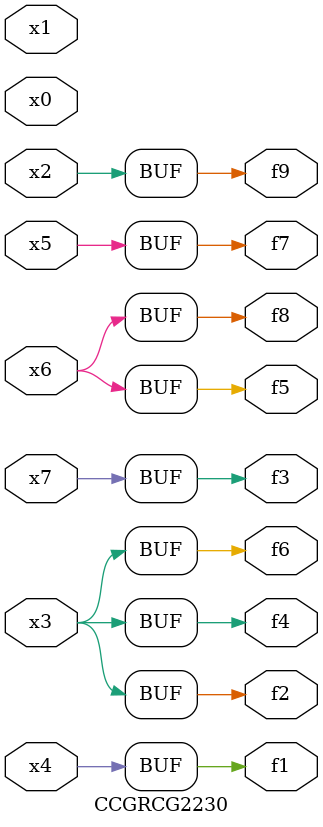
<source format=v>
module CCGRCG2230(
	input x0, x1, x2, x3, x4, x5, x6, x7,
	output f1, f2, f3, f4, f5, f6, f7, f8, f9
);
	assign f1 = x4;
	assign f2 = x3;
	assign f3 = x7;
	assign f4 = x3;
	assign f5 = x6;
	assign f6 = x3;
	assign f7 = x5;
	assign f8 = x6;
	assign f9 = x2;
endmodule

</source>
